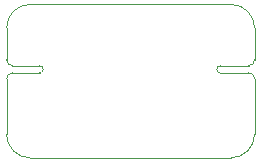
<source format=gbr>
%TF.GenerationSoftware,KiCad,Pcbnew,9.0.1*%
%TF.CreationDate,2025-04-30T15:54:22+02:00*%
%TF.ProjectId,board,626f6172-642e-46b6-9963-61645f706362,rev?*%
%TF.SameCoordinates,Original*%
%TF.FileFunction,Profile,NP*%
%FSLAX46Y46*%
G04 Gerber Fmt 4.6, Leading zero omitted, Abs format (unit mm)*
G04 Created by KiCad (PCBNEW 9.0.1) date 2025-04-30 15:54:22*
%MOMM*%
%LPD*%
G01*
G04 APERTURE LIST*
%TA.AperFunction,Profile*%
%ADD10C,0.050000*%
%TD*%
G04 APERTURE END LIST*
D10*
X161000000Y-101000000D02*
X161000000Y-100500000D01*
X142000000Y-90000000D02*
X159000000Y-90000000D01*
X161000000Y-101000000D02*
G75*
G02*
X159000000Y-103000000I-2000000J0D01*
G01*
X159000000Y-103000000D02*
X142000000Y-103000000D01*
X159000000Y-90000000D02*
G75*
G02*
X161000000Y-92000000I0J-2000000D01*
G01*
X140000000Y-101000000D02*
X140000000Y-100500000D01*
X142000000Y-103000000D02*
G75*
G02*
X140000000Y-101000000I0J2000000D01*
G01*
X161000000Y-92500000D02*
X161000000Y-92000000D01*
X140000000Y-92500000D02*
X140000000Y-92000000D01*
X140000000Y-92000000D02*
G75*
G02*
X142000000Y-90000000I2000000J0D01*
G01*
%TO.C,J1*%
X140000000Y-92500000D02*
X140000000Y-94700000D01*
X140000000Y-96300000D02*
X140000000Y-100500000D01*
X140500000Y-95800000D02*
X142800000Y-95800000D01*
X142800000Y-95200000D02*
X140500000Y-95200000D01*
X140000000Y-96300000D02*
G75*
G02*
X140500000Y-95800000I500001J-1D01*
G01*
X140500000Y-95200000D02*
G75*
G02*
X140000000Y-94700000I1J500001D01*
G01*
X142800000Y-95200000D02*
G75*
G02*
X142800000Y-95800000I0J-300000D01*
G01*
%TO.C,J2*%
X158100000Y-95800000D02*
X160500000Y-95800000D01*
X160500000Y-95200000D02*
X158100000Y-95200000D01*
X161000000Y-92500000D02*
X161000000Y-94700000D01*
X161000000Y-96300000D02*
X161000000Y-100500000D01*
X158100000Y-95800000D02*
G75*
G02*
X158100000Y-95200000I0J300000D01*
G01*
X160500000Y-95800000D02*
G75*
G02*
X161000000Y-96300000I-1J-500001D01*
G01*
X161000000Y-94700000D02*
G75*
G02*
X160500000Y-95200000I-500001J1D01*
G01*
%TD*%
M02*

</source>
